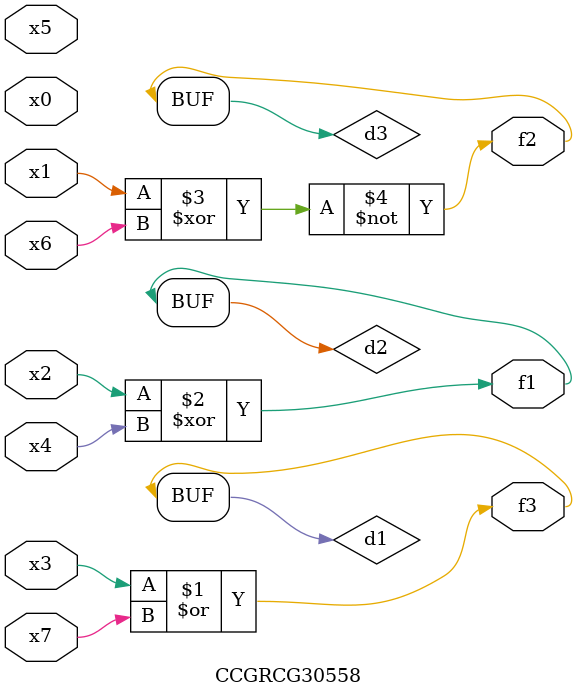
<source format=v>
module CCGRCG30558(
	input x0, x1, x2, x3, x4, x5, x6, x7,
	output f1, f2, f3
);

	wire d1, d2, d3;

	or (d1, x3, x7);
	xor (d2, x2, x4);
	xnor (d3, x1, x6);
	assign f1 = d2;
	assign f2 = d3;
	assign f3 = d1;
endmodule

</source>
